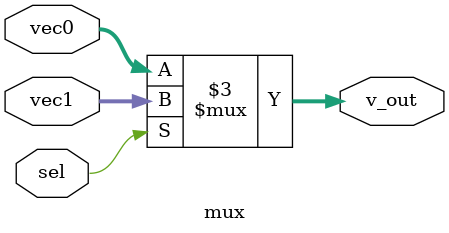
<source format=sv>
`timescale 1ns / 1ps

module mux(
    input logic [7:0] vec0,vec1,
    input logic sel,
    output logic [7:0] v_out
    );
    
always_comb
    if(sel)
        v_out<=vec1;
    else
        v_out<=vec0;
        
endmodule

</source>
